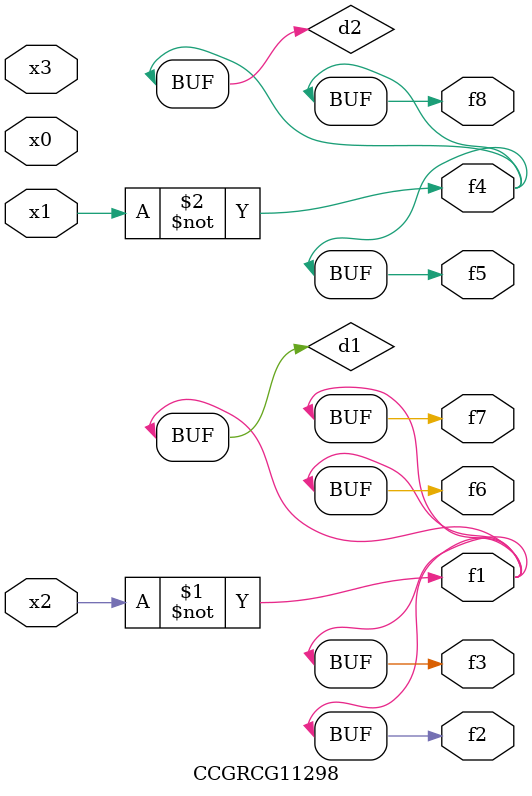
<source format=v>
module CCGRCG11298(
	input x0, x1, x2, x3,
	output f1, f2, f3, f4, f5, f6, f7, f8
);

	wire d1, d2;

	xnor (d1, x2);
	not (d2, x1);
	assign f1 = d1;
	assign f2 = d1;
	assign f3 = d1;
	assign f4 = d2;
	assign f5 = d2;
	assign f6 = d1;
	assign f7 = d1;
	assign f8 = d2;
endmodule

</source>
